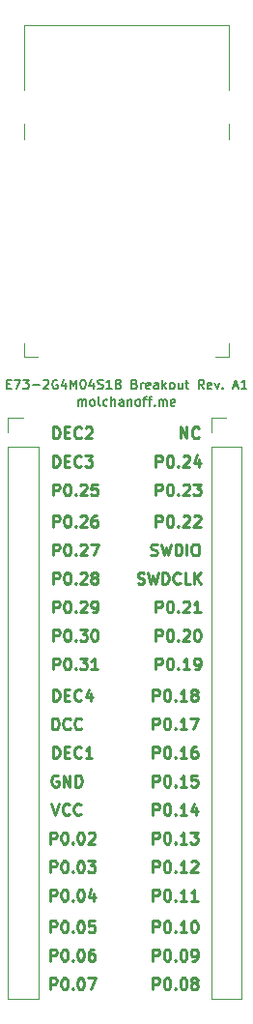
<source format=gbr>
G04 #@! TF.GenerationSoftware,KiCad,Pcbnew,(5.1.5-0-10_14)*
G04 #@! TF.CreationDate,2020-04-30T13:13:03+04:00*
G04 #@! TF.ProjectId,E73-2G4M04S1B-Breakout,4537332d-3247-4344-9d30-345331422d42,A1*
G04 #@! TF.SameCoordinates,Original*
G04 #@! TF.FileFunction,Legend,Top*
G04 #@! TF.FilePolarity,Positive*
%FSLAX46Y46*%
G04 Gerber Fmt 4.6, Leading zero omitted, Abs format (unit mm)*
G04 Created by KiCad (PCBNEW (5.1.5-0-10_14)) date 2020-04-30 13:13:03*
%MOMM*%
%LPD*%
G04 APERTURE LIST*
%ADD10C,0.200000*%
%ADD11C,0.175000*%
%ADD12C,0.250000*%
%ADD13C,0.120000*%
G04 APERTURE END LIST*
D10*
X148521428Y-92361904D02*
X148521428Y-91828571D01*
X148521428Y-91904761D02*
X148559523Y-91866666D01*
X148635714Y-91828571D01*
X148750000Y-91828571D01*
X148826190Y-91866666D01*
X148864285Y-91942857D01*
X148864285Y-92361904D01*
X148864285Y-91942857D02*
X148902380Y-91866666D01*
X148978571Y-91828571D01*
X149092857Y-91828571D01*
X149169047Y-91866666D01*
X149207142Y-91942857D01*
X149207142Y-92361904D01*
X149702380Y-92361904D02*
X149626190Y-92323809D01*
X149588095Y-92285714D01*
X149550000Y-92209523D01*
X149550000Y-91980952D01*
X149588095Y-91904761D01*
X149626190Y-91866666D01*
X149702380Y-91828571D01*
X149816666Y-91828571D01*
X149892857Y-91866666D01*
X149930952Y-91904761D01*
X149969047Y-91980952D01*
X149969047Y-92209523D01*
X149930952Y-92285714D01*
X149892857Y-92323809D01*
X149816666Y-92361904D01*
X149702380Y-92361904D01*
X150426190Y-92361904D02*
X150350000Y-92323809D01*
X150311904Y-92247619D01*
X150311904Y-91561904D01*
X151073809Y-92323809D02*
X150997619Y-92361904D01*
X150845238Y-92361904D01*
X150769047Y-92323809D01*
X150730952Y-92285714D01*
X150692857Y-92209523D01*
X150692857Y-91980952D01*
X150730952Y-91904761D01*
X150769047Y-91866666D01*
X150845238Y-91828571D01*
X150997619Y-91828571D01*
X151073809Y-91866666D01*
X151416666Y-92361904D02*
X151416666Y-91561904D01*
X151759523Y-92361904D02*
X151759523Y-91942857D01*
X151721428Y-91866666D01*
X151645238Y-91828571D01*
X151530952Y-91828571D01*
X151454761Y-91866666D01*
X151416666Y-91904761D01*
X152483333Y-92361904D02*
X152483333Y-91942857D01*
X152445238Y-91866666D01*
X152369047Y-91828571D01*
X152216666Y-91828571D01*
X152140476Y-91866666D01*
X152483333Y-92323809D02*
X152407142Y-92361904D01*
X152216666Y-92361904D01*
X152140476Y-92323809D01*
X152102380Y-92247619D01*
X152102380Y-92171428D01*
X152140476Y-92095238D01*
X152216666Y-92057142D01*
X152407142Y-92057142D01*
X152483333Y-92019047D01*
X152864285Y-91828571D02*
X152864285Y-92361904D01*
X152864285Y-91904761D02*
X152902380Y-91866666D01*
X152978571Y-91828571D01*
X153092857Y-91828571D01*
X153169047Y-91866666D01*
X153207142Y-91942857D01*
X153207142Y-92361904D01*
X153702380Y-92361904D02*
X153626190Y-92323809D01*
X153588095Y-92285714D01*
X153550000Y-92209523D01*
X153550000Y-91980952D01*
X153588095Y-91904761D01*
X153626190Y-91866666D01*
X153702380Y-91828571D01*
X153816666Y-91828571D01*
X153892857Y-91866666D01*
X153930952Y-91904761D01*
X153969047Y-91980952D01*
X153969047Y-92209523D01*
X153930952Y-92285714D01*
X153892857Y-92323809D01*
X153816666Y-92361904D01*
X153702380Y-92361904D01*
X154197619Y-91828571D02*
X154502380Y-91828571D01*
X154311904Y-92361904D02*
X154311904Y-91676190D01*
X154350000Y-91600000D01*
X154426190Y-91561904D01*
X154502380Y-91561904D01*
X154654761Y-91828571D02*
X154959523Y-91828571D01*
X154769047Y-92361904D02*
X154769047Y-91676190D01*
X154807142Y-91600000D01*
X154883333Y-91561904D01*
X154959523Y-91561904D01*
X155226190Y-92285714D02*
X155264285Y-92323809D01*
X155226190Y-92361904D01*
X155188095Y-92323809D01*
X155226190Y-92285714D01*
X155226190Y-92361904D01*
X155607142Y-92361904D02*
X155607142Y-91828571D01*
X155607142Y-91904761D02*
X155645238Y-91866666D01*
X155721428Y-91828571D01*
X155835714Y-91828571D01*
X155911904Y-91866666D01*
X155950000Y-91942857D01*
X155950000Y-92361904D01*
X155950000Y-91942857D02*
X155988095Y-91866666D01*
X156064285Y-91828571D01*
X156178571Y-91828571D01*
X156254761Y-91866666D01*
X156292857Y-91942857D01*
X156292857Y-92361904D01*
X156978571Y-92323809D02*
X156902380Y-92361904D01*
X156750000Y-92361904D01*
X156673809Y-92323809D01*
X156635714Y-92247619D01*
X156635714Y-91942857D01*
X156673809Y-91866666D01*
X156750000Y-91828571D01*
X156902380Y-91828571D01*
X156978571Y-91866666D01*
X157016666Y-91942857D01*
X157016666Y-92019047D01*
X156635714Y-92095238D01*
D11*
X142273809Y-90442857D02*
X142540476Y-90442857D01*
X142654761Y-90861904D02*
X142273809Y-90861904D01*
X142273809Y-90061904D01*
X142654761Y-90061904D01*
X142921428Y-90061904D02*
X143454761Y-90061904D01*
X143111904Y-90861904D01*
X143683333Y-90061904D02*
X144178571Y-90061904D01*
X143911904Y-90366666D01*
X144026190Y-90366666D01*
X144102380Y-90404761D01*
X144140476Y-90442857D01*
X144178571Y-90519047D01*
X144178571Y-90709523D01*
X144140476Y-90785714D01*
X144102380Y-90823809D01*
X144026190Y-90861904D01*
X143797619Y-90861904D01*
X143721428Y-90823809D01*
X143683333Y-90785714D01*
X144521428Y-90557142D02*
X145130952Y-90557142D01*
X145473809Y-90138095D02*
X145511904Y-90100000D01*
X145588095Y-90061904D01*
X145778571Y-90061904D01*
X145854761Y-90100000D01*
X145892857Y-90138095D01*
X145930952Y-90214285D01*
X145930952Y-90290476D01*
X145892857Y-90404761D01*
X145435714Y-90861904D01*
X145930952Y-90861904D01*
X146692857Y-90100000D02*
X146616666Y-90061904D01*
X146502380Y-90061904D01*
X146388095Y-90100000D01*
X146311904Y-90176190D01*
X146273809Y-90252380D01*
X146235714Y-90404761D01*
X146235714Y-90519047D01*
X146273809Y-90671428D01*
X146311904Y-90747619D01*
X146388095Y-90823809D01*
X146502380Y-90861904D01*
X146578571Y-90861904D01*
X146692857Y-90823809D01*
X146730952Y-90785714D01*
X146730952Y-90519047D01*
X146578571Y-90519047D01*
X147416666Y-90328571D02*
X147416666Y-90861904D01*
X147226190Y-90023809D02*
X147035714Y-90595238D01*
X147530952Y-90595238D01*
X147835714Y-90861904D02*
X147835714Y-90061904D01*
X148102380Y-90633333D01*
X148369047Y-90061904D01*
X148369047Y-90861904D01*
X148902380Y-90061904D02*
X148978571Y-90061904D01*
X149054761Y-90100000D01*
X149092857Y-90138095D01*
X149130952Y-90214285D01*
X149169047Y-90366666D01*
X149169047Y-90557142D01*
X149130952Y-90709523D01*
X149092857Y-90785714D01*
X149054761Y-90823809D01*
X148978571Y-90861904D01*
X148902380Y-90861904D01*
X148826190Y-90823809D01*
X148788095Y-90785714D01*
X148750000Y-90709523D01*
X148711904Y-90557142D01*
X148711904Y-90366666D01*
X148750000Y-90214285D01*
X148788095Y-90138095D01*
X148826190Y-90100000D01*
X148902380Y-90061904D01*
X149854761Y-90328571D02*
X149854761Y-90861904D01*
X149664285Y-90023809D02*
X149473809Y-90595238D01*
X149969047Y-90595238D01*
X150235714Y-90823809D02*
X150350000Y-90861904D01*
X150540476Y-90861904D01*
X150616666Y-90823809D01*
X150654761Y-90785714D01*
X150692857Y-90709523D01*
X150692857Y-90633333D01*
X150654761Y-90557142D01*
X150616666Y-90519047D01*
X150540476Y-90480952D01*
X150388095Y-90442857D01*
X150311904Y-90404761D01*
X150273809Y-90366666D01*
X150235714Y-90290476D01*
X150235714Y-90214285D01*
X150273809Y-90138095D01*
X150311904Y-90100000D01*
X150388095Y-90061904D01*
X150578571Y-90061904D01*
X150692857Y-90100000D01*
X151454761Y-90861904D02*
X150997619Y-90861904D01*
X151226190Y-90861904D02*
X151226190Y-90061904D01*
X151150000Y-90176190D01*
X151073809Y-90252380D01*
X150997619Y-90290476D01*
X152064285Y-90442857D02*
X152178571Y-90480952D01*
X152216666Y-90519047D01*
X152254761Y-90595238D01*
X152254761Y-90709523D01*
X152216666Y-90785714D01*
X152178571Y-90823809D01*
X152102380Y-90861904D01*
X151797619Y-90861904D01*
X151797619Y-90061904D01*
X152064285Y-90061904D01*
X152140476Y-90100000D01*
X152178571Y-90138095D01*
X152216666Y-90214285D01*
X152216666Y-90290476D01*
X152178571Y-90366666D01*
X152140476Y-90404761D01*
X152064285Y-90442857D01*
X151797619Y-90442857D01*
X153473809Y-90442857D02*
X153588095Y-90480952D01*
X153626190Y-90519047D01*
X153664285Y-90595238D01*
X153664285Y-90709523D01*
X153626190Y-90785714D01*
X153588095Y-90823809D01*
X153511904Y-90861904D01*
X153207142Y-90861904D01*
X153207142Y-90061904D01*
X153473809Y-90061904D01*
X153550000Y-90100000D01*
X153588095Y-90138095D01*
X153626190Y-90214285D01*
X153626190Y-90290476D01*
X153588095Y-90366666D01*
X153550000Y-90404761D01*
X153473809Y-90442857D01*
X153207142Y-90442857D01*
X154007142Y-90861904D02*
X154007142Y-90328571D01*
X154007142Y-90480952D02*
X154045238Y-90404761D01*
X154083333Y-90366666D01*
X154159523Y-90328571D01*
X154235714Y-90328571D01*
X154807142Y-90823809D02*
X154730952Y-90861904D01*
X154578571Y-90861904D01*
X154502380Y-90823809D01*
X154464285Y-90747619D01*
X154464285Y-90442857D01*
X154502380Y-90366666D01*
X154578571Y-90328571D01*
X154730952Y-90328571D01*
X154807142Y-90366666D01*
X154845238Y-90442857D01*
X154845238Y-90519047D01*
X154464285Y-90595238D01*
X155530952Y-90861904D02*
X155530952Y-90442857D01*
X155492857Y-90366666D01*
X155416666Y-90328571D01*
X155264285Y-90328571D01*
X155188095Y-90366666D01*
X155530952Y-90823809D02*
X155454761Y-90861904D01*
X155264285Y-90861904D01*
X155188095Y-90823809D01*
X155150000Y-90747619D01*
X155150000Y-90671428D01*
X155188095Y-90595238D01*
X155264285Y-90557142D01*
X155454761Y-90557142D01*
X155530952Y-90519047D01*
X155911904Y-90861904D02*
X155911904Y-90061904D01*
X155988095Y-90557142D02*
X156216666Y-90861904D01*
X156216666Y-90328571D02*
X155911904Y-90633333D01*
X156673809Y-90861904D02*
X156597619Y-90823809D01*
X156559523Y-90785714D01*
X156521428Y-90709523D01*
X156521428Y-90480952D01*
X156559523Y-90404761D01*
X156597619Y-90366666D01*
X156673809Y-90328571D01*
X156788095Y-90328571D01*
X156864285Y-90366666D01*
X156902380Y-90404761D01*
X156940476Y-90480952D01*
X156940476Y-90709523D01*
X156902380Y-90785714D01*
X156864285Y-90823809D01*
X156788095Y-90861904D01*
X156673809Y-90861904D01*
X157626190Y-90328571D02*
X157626190Y-90861904D01*
X157283333Y-90328571D02*
X157283333Y-90747619D01*
X157321428Y-90823809D01*
X157397619Y-90861904D01*
X157511904Y-90861904D01*
X157588095Y-90823809D01*
X157626190Y-90785714D01*
X157892857Y-90328571D02*
X158197619Y-90328571D01*
X158007142Y-90061904D02*
X158007142Y-90747619D01*
X158045238Y-90823809D01*
X158121428Y-90861904D01*
X158197619Y-90861904D01*
X159530952Y-90861904D02*
X159264285Y-90480952D01*
X159073809Y-90861904D02*
X159073809Y-90061904D01*
X159378571Y-90061904D01*
X159454761Y-90100000D01*
X159492857Y-90138095D01*
X159530952Y-90214285D01*
X159530952Y-90328571D01*
X159492857Y-90404761D01*
X159454761Y-90442857D01*
X159378571Y-90480952D01*
X159073809Y-90480952D01*
X160178571Y-90823809D02*
X160102380Y-90861904D01*
X159950000Y-90861904D01*
X159873809Y-90823809D01*
X159835714Y-90747619D01*
X159835714Y-90442857D01*
X159873809Y-90366666D01*
X159950000Y-90328571D01*
X160102380Y-90328571D01*
X160178571Y-90366666D01*
X160216666Y-90442857D01*
X160216666Y-90519047D01*
X159835714Y-90595238D01*
X160483333Y-90328571D02*
X160673809Y-90861904D01*
X160864285Y-90328571D01*
X161169047Y-90785714D02*
X161207142Y-90823809D01*
X161169047Y-90861904D01*
X161130952Y-90823809D01*
X161169047Y-90785714D01*
X161169047Y-90861904D01*
X162121428Y-90633333D02*
X162502380Y-90633333D01*
X162045238Y-90861904D02*
X162311904Y-90061904D01*
X162578571Y-90861904D01*
X163264285Y-90861904D02*
X162807142Y-90861904D01*
X163035714Y-90861904D02*
X163035714Y-90061904D01*
X162959523Y-90176190D01*
X162883333Y-90252380D01*
X162807142Y-90290476D01*
D12*
X155321428Y-97702380D02*
X155321428Y-96702380D01*
X155702380Y-96702380D01*
X155797619Y-96750000D01*
X155845238Y-96797619D01*
X155892857Y-96892857D01*
X155892857Y-97035714D01*
X155845238Y-97130952D01*
X155797619Y-97178571D01*
X155702380Y-97226190D01*
X155321428Y-97226190D01*
X156511904Y-96702380D02*
X156607142Y-96702380D01*
X156702380Y-96750000D01*
X156750000Y-96797619D01*
X156797619Y-96892857D01*
X156845238Y-97083333D01*
X156845238Y-97321428D01*
X156797619Y-97511904D01*
X156750000Y-97607142D01*
X156702380Y-97654761D01*
X156607142Y-97702380D01*
X156511904Y-97702380D01*
X156416666Y-97654761D01*
X156369047Y-97607142D01*
X156321428Y-97511904D01*
X156273809Y-97321428D01*
X156273809Y-97083333D01*
X156321428Y-96892857D01*
X156369047Y-96797619D01*
X156416666Y-96750000D01*
X156511904Y-96702380D01*
X157273809Y-97607142D02*
X157321428Y-97654761D01*
X157273809Y-97702380D01*
X157226190Y-97654761D01*
X157273809Y-97607142D01*
X157273809Y-97702380D01*
X157702380Y-96797619D02*
X157750000Y-96750000D01*
X157845238Y-96702380D01*
X158083333Y-96702380D01*
X158178571Y-96750000D01*
X158226190Y-96797619D01*
X158273809Y-96892857D01*
X158273809Y-96988095D01*
X158226190Y-97130952D01*
X157654761Y-97702380D01*
X158273809Y-97702380D01*
X159130952Y-97035714D02*
X159130952Y-97702380D01*
X158892857Y-96654761D02*
X158654761Y-97369047D01*
X159273809Y-97369047D01*
X155071428Y-120702380D02*
X155071428Y-119702380D01*
X155452380Y-119702380D01*
X155547619Y-119750000D01*
X155595238Y-119797619D01*
X155642857Y-119892857D01*
X155642857Y-120035714D01*
X155595238Y-120130952D01*
X155547619Y-120178571D01*
X155452380Y-120226190D01*
X155071428Y-120226190D01*
X156261904Y-119702380D02*
X156357142Y-119702380D01*
X156452380Y-119750000D01*
X156500000Y-119797619D01*
X156547619Y-119892857D01*
X156595238Y-120083333D01*
X156595238Y-120321428D01*
X156547619Y-120511904D01*
X156500000Y-120607142D01*
X156452380Y-120654761D01*
X156357142Y-120702380D01*
X156261904Y-120702380D01*
X156166666Y-120654761D01*
X156119047Y-120607142D01*
X156071428Y-120511904D01*
X156023809Y-120321428D01*
X156023809Y-120083333D01*
X156071428Y-119892857D01*
X156119047Y-119797619D01*
X156166666Y-119750000D01*
X156261904Y-119702380D01*
X157023809Y-120607142D02*
X157071428Y-120654761D01*
X157023809Y-120702380D01*
X156976190Y-120654761D01*
X157023809Y-120607142D01*
X157023809Y-120702380D01*
X158023809Y-120702380D02*
X157452380Y-120702380D01*
X157738095Y-120702380D02*
X157738095Y-119702380D01*
X157642857Y-119845238D01*
X157547619Y-119940476D01*
X157452380Y-119988095D01*
X158357142Y-119702380D02*
X159023809Y-119702380D01*
X158595238Y-120702380D01*
X155071428Y-138452380D02*
X155071428Y-137452380D01*
X155452380Y-137452380D01*
X155547619Y-137500000D01*
X155595238Y-137547619D01*
X155642857Y-137642857D01*
X155642857Y-137785714D01*
X155595238Y-137880952D01*
X155547619Y-137928571D01*
X155452380Y-137976190D01*
X155071428Y-137976190D01*
X156261904Y-137452380D02*
X156357142Y-137452380D01*
X156452380Y-137500000D01*
X156500000Y-137547619D01*
X156547619Y-137642857D01*
X156595238Y-137833333D01*
X156595238Y-138071428D01*
X156547619Y-138261904D01*
X156500000Y-138357142D01*
X156452380Y-138404761D01*
X156357142Y-138452380D01*
X156261904Y-138452380D01*
X156166666Y-138404761D01*
X156119047Y-138357142D01*
X156071428Y-138261904D01*
X156023809Y-138071428D01*
X156023809Y-137833333D01*
X156071428Y-137642857D01*
X156119047Y-137547619D01*
X156166666Y-137500000D01*
X156261904Y-137452380D01*
X157023809Y-138357142D02*
X157071428Y-138404761D01*
X157023809Y-138452380D01*
X156976190Y-138404761D01*
X157023809Y-138357142D01*
X157023809Y-138452380D01*
X158023809Y-138452380D02*
X157452380Y-138452380D01*
X157738095Y-138452380D02*
X157738095Y-137452380D01*
X157642857Y-137595238D01*
X157547619Y-137690476D01*
X157452380Y-137738095D01*
X158642857Y-137452380D02*
X158738095Y-137452380D01*
X158833333Y-137500000D01*
X158880952Y-137547619D01*
X158928571Y-137642857D01*
X158976190Y-137833333D01*
X158976190Y-138071428D01*
X158928571Y-138261904D01*
X158880952Y-138357142D01*
X158833333Y-138404761D01*
X158738095Y-138452380D01*
X158642857Y-138452380D01*
X158547619Y-138404761D01*
X158500000Y-138357142D01*
X158452380Y-138261904D01*
X158404761Y-138071428D01*
X158404761Y-137833333D01*
X158452380Y-137642857D01*
X158500000Y-137547619D01*
X158547619Y-137500000D01*
X158642857Y-137452380D01*
X155071428Y-133202380D02*
X155071428Y-132202380D01*
X155452380Y-132202380D01*
X155547619Y-132250000D01*
X155595238Y-132297619D01*
X155642857Y-132392857D01*
X155642857Y-132535714D01*
X155595238Y-132630952D01*
X155547619Y-132678571D01*
X155452380Y-132726190D01*
X155071428Y-132726190D01*
X156261904Y-132202380D02*
X156357142Y-132202380D01*
X156452380Y-132250000D01*
X156500000Y-132297619D01*
X156547619Y-132392857D01*
X156595238Y-132583333D01*
X156595238Y-132821428D01*
X156547619Y-133011904D01*
X156500000Y-133107142D01*
X156452380Y-133154761D01*
X156357142Y-133202380D01*
X156261904Y-133202380D01*
X156166666Y-133154761D01*
X156119047Y-133107142D01*
X156071428Y-133011904D01*
X156023809Y-132821428D01*
X156023809Y-132583333D01*
X156071428Y-132392857D01*
X156119047Y-132297619D01*
X156166666Y-132250000D01*
X156261904Y-132202380D01*
X157023809Y-133107142D02*
X157071428Y-133154761D01*
X157023809Y-133202380D01*
X156976190Y-133154761D01*
X157023809Y-133107142D01*
X157023809Y-133202380D01*
X158023809Y-133202380D02*
X157452380Y-133202380D01*
X157738095Y-133202380D02*
X157738095Y-132202380D01*
X157642857Y-132345238D01*
X157547619Y-132440476D01*
X157452380Y-132488095D01*
X158404761Y-132297619D02*
X158452380Y-132250000D01*
X158547619Y-132202380D01*
X158785714Y-132202380D01*
X158880952Y-132250000D01*
X158928571Y-132297619D01*
X158976190Y-132392857D01*
X158976190Y-132488095D01*
X158928571Y-132630952D01*
X158357142Y-133202380D01*
X158976190Y-133202380D01*
X155321428Y-100202380D02*
X155321428Y-99202380D01*
X155702380Y-99202380D01*
X155797619Y-99250000D01*
X155845238Y-99297619D01*
X155892857Y-99392857D01*
X155892857Y-99535714D01*
X155845238Y-99630952D01*
X155797619Y-99678571D01*
X155702380Y-99726190D01*
X155321428Y-99726190D01*
X156511904Y-99202380D02*
X156607142Y-99202380D01*
X156702380Y-99250000D01*
X156750000Y-99297619D01*
X156797619Y-99392857D01*
X156845238Y-99583333D01*
X156845238Y-99821428D01*
X156797619Y-100011904D01*
X156750000Y-100107142D01*
X156702380Y-100154761D01*
X156607142Y-100202380D01*
X156511904Y-100202380D01*
X156416666Y-100154761D01*
X156369047Y-100107142D01*
X156321428Y-100011904D01*
X156273809Y-99821428D01*
X156273809Y-99583333D01*
X156321428Y-99392857D01*
X156369047Y-99297619D01*
X156416666Y-99250000D01*
X156511904Y-99202380D01*
X157273809Y-100107142D02*
X157321428Y-100154761D01*
X157273809Y-100202380D01*
X157226190Y-100154761D01*
X157273809Y-100107142D01*
X157273809Y-100202380D01*
X157702380Y-99297619D02*
X157750000Y-99250000D01*
X157845238Y-99202380D01*
X158083333Y-99202380D01*
X158178571Y-99250000D01*
X158226190Y-99297619D01*
X158273809Y-99392857D01*
X158273809Y-99488095D01*
X158226190Y-99630952D01*
X157654761Y-100202380D01*
X158273809Y-100202380D01*
X158607142Y-99202380D02*
X159226190Y-99202380D01*
X158892857Y-99583333D01*
X159035714Y-99583333D01*
X159130952Y-99630952D01*
X159178571Y-99678571D01*
X159226190Y-99773809D01*
X159226190Y-100011904D01*
X159178571Y-100107142D01*
X159130952Y-100154761D01*
X159035714Y-100202380D01*
X158750000Y-100202380D01*
X158654761Y-100154761D01*
X158607142Y-100107142D01*
X155071428Y-143452380D02*
X155071428Y-142452380D01*
X155452380Y-142452380D01*
X155547619Y-142500000D01*
X155595238Y-142547619D01*
X155642857Y-142642857D01*
X155642857Y-142785714D01*
X155595238Y-142880952D01*
X155547619Y-142928571D01*
X155452380Y-142976190D01*
X155071428Y-142976190D01*
X156261904Y-142452380D02*
X156357142Y-142452380D01*
X156452380Y-142500000D01*
X156500000Y-142547619D01*
X156547619Y-142642857D01*
X156595238Y-142833333D01*
X156595238Y-143071428D01*
X156547619Y-143261904D01*
X156500000Y-143357142D01*
X156452380Y-143404761D01*
X156357142Y-143452380D01*
X156261904Y-143452380D01*
X156166666Y-143404761D01*
X156119047Y-143357142D01*
X156071428Y-143261904D01*
X156023809Y-143071428D01*
X156023809Y-142833333D01*
X156071428Y-142642857D01*
X156119047Y-142547619D01*
X156166666Y-142500000D01*
X156261904Y-142452380D01*
X157023809Y-143357142D02*
X157071428Y-143404761D01*
X157023809Y-143452380D01*
X156976190Y-143404761D01*
X157023809Y-143357142D01*
X157023809Y-143452380D01*
X157690476Y-142452380D02*
X157785714Y-142452380D01*
X157880952Y-142500000D01*
X157928571Y-142547619D01*
X157976190Y-142642857D01*
X158023809Y-142833333D01*
X158023809Y-143071428D01*
X157976190Y-143261904D01*
X157928571Y-143357142D01*
X157880952Y-143404761D01*
X157785714Y-143452380D01*
X157690476Y-143452380D01*
X157595238Y-143404761D01*
X157547619Y-143357142D01*
X157500000Y-143261904D01*
X157452380Y-143071428D01*
X157452380Y-142833333D01*
X157500000Y-142642857D01*
X157547619Y-142547619D01*
X157595238Y-142500000D01*
X157690476Y-142452380D01*
X158595238Y-142880952D02*
X158500000Y-142833333D01*
X158452380Y-142785714D01*
X158404761Y-142690476D01*
X158404761Y-142642857D01*
X158452380Y-142547619D01*
X158500000Y-142500000D01*
X158595238Y-142452380D01*
X158785714Y-142452380D01*
X158880952Y-142500000D01*
X158928571Y-142547619D01*
X158976190Y-142642857D01*
X158976190Y-142690476D01*
X158928571Y-142785714D01*
X158880952Y-142833333D01*
X158785714Y-142880952D01*
X158595238Y-142880952D01*
X158500000Y-142928571D01*
X158452380Y-142976190D01*
X158404761Y-143071428D01*
X158404761Y-143261904D01*
X158452380Y-143357142D01*
X158500000Y-143404761D01*
X158595238Y-143452380D01*
X158785714Y-143452380D01*
X158880952Y-143404761D01*
X158928571Y-143357142D01*
X158976190Y-143261904D01*
X158976190Y-143071428D01*
X158928571Y-142976190D01*
X158880952Y-142928571D01*
X158785714Y-142880952D01*
X155071428Y-135702380D02*
X155071428Y-134702380D01*
X155452380Y-134702380D01*
X155547619Y-134750000D01*
X155595238Y-134797619D01*
X155642857Y-134892857D01*
X155642857Y-135035714D01*
X155595238Y-135130952D01*
X155547619Y-135178571D01*
X155452380Y-135226190D01*
X155071428Y-135226190D01*
X156261904Y-134702380D02*
X156357142Y-134702380D01*
X156452380Y-134750000D01*
X156500000Y-134797619D01*
X156547619Y-134892857D01*
X156595238Y-135083333D01*
X156595238Y-135321428D01*
X156547619Y-135511904D01*
X156500000Y-135607142D01*
X156452380Y-135654761D01*
X156357142Y-135702380D01*
X156261904Y-135702380D01*
X156166666Y-135654761D01*
X156119047Y-135607142D01*
X156071428Y-135511904D01*
X156023809Y-135321428D01*
X156023809Y-135083333D01*
X156071428Y-134892857D01*
X156119047Y-134797619D01*
X156166666Y-134750000D01*
X156261904Y-134702380D01*
X157023809Y-135607142D02*
X157071428Y-135654761D01*
X157023809Y-135702380D01*
X156976190Y-135654761D01*
X157023809Y-135607142D01*
X157023809Y-135702380D01*
X158023809Y-135702380D02*
X157452380Y-135702380D01*
X157738095Y-135702380D02*
X157738095Y-134702380D01*
X157642857Y-134845238D01*
X157547619Y-134940476D01*
X157452380Y-134988095D01*
X158976190Y-135702380D02*
X158404761Y-135702380D01*
X158690476Y-135702380D02*
X158690476Y-134702380D01*
X158595238Y-134845238D01*
X158500000Y-134940476D01*
X158404761Y-134988095D01*
X157464285Y-95202380D02*
X157464285Y-94202380D01*
X158035714Y-95202380D01*
X158035714Y-94202380D01*
X159083333Y-95107142D02*
X159035714Y-95154761D01*
X158892857Y-95202380D01*
X158797619Y-95202380D01*
X158654761Y-95154761D01*
X158559523Y-95059523D01*
X158511904Y-94964285D01*
X158464285Y-94773809D01*
X158464285Y-94630952D01*
X158511904Y-94440476D01*
X158559523Y-94345238D01*
X158654761Y-94250000D01*
X158797619Y-94202380D01*
X158892857Y-94202380D01*
X159035714Y-94250000D01*
X159083333Y-94297619D01*
X155071428Y-140952380D02*
X155071428Y-139952380D01*
X155452380Y-139952380D01*
X155547619Y-140000000D01*
X155595238Y-140047619D01*
X155642857Y-140142857D01*
X155642857Y-140285714D01*
X155595238Y-140380952D01*
X155547619Y-140428571D01*
X155452380Y-140476190D01*
X155071428Y-140476190D01*
X156261904Y-139952380D02*
X156357142Y-139952380D01*
X156452380Y-140000000D01*
X156500000Y-140047619D01*
X156547619Y-140142857D01*
X156595238Y-140333333D01*
X156595238Y-140571428D01*
X156547619Y-140761904D01*
X156500000Y-140857142D01*
X156452380Y-140904761D01*
X156357142Y-140952380D01*
X156261904Y-140952380D01*
X156166666Y-140904761D01*
X156119047Y-140857142D01*
X156071428Y-140761904D01*
X156023809Y-140571428D01*
X156023809Y-140333333D01*
X156071428Y-140142857D01*
X156119047Y-140047619D01*
X156166666Y-140000000D01*
X156261904Y-139952380D01*
X157023809Y-140857142D02*
X157071428Y-140904761D01*
X157023809Y-140952380D01*
X156976190Y-140904761D01*
X157023809Y-140857142D01*
X157023809Y-140952380D01*
X157690476Y-139952380D02*
X157785714Y-139952380D01*
X157880952Y-140000000D01*
X157928571Y-140047619D01*
X157976190Y-140142857D01*
X158023809Y-140333333D01*
X158023809Y-140571428D01*
X157976190Y-140761904D01*
X157928571Y-140857142D01*
X157880952Y-140904761D01*
X157785714Y-140952380D01*
X157690476Y-140952380D01*
X157595238Y-140904761D01*
X157547619Y-140857142D01*
X157500000Y-140761904D01*
X157452380Y-140571428D01*
X157452380Y-140333333D01*
X157500000Y-140142857D01*
X157547619Y-140047619D01*
X157595238Y-140000000D01*
X157690476Y-139952380D01*
X158500000Y-140952380D02*
X158690476Y-140952380D01*
X158785714Y-140904761D01*
X158833333Y-140857142D01*
X158928571Y-140714285D01*
X158976190Y-140523809D01*
X158976190Y-140142857D01*
X158928571Y-140047619D01*
X158880952Y-140000000D01*
X158785714Y-139952380D01*
X158595238Y-139952380D01*
X158500000Y-140000000D01*
X158452380Y-140047619D01*
X158404761Y-140142857D01*
X158404761Y-140380952D01*
X158452380Y-140476190D01*
X158500000Y-140523809D01*
X158595238Y-140571428D01*
X158785714Y-140571428D01*
X158880952Y-140523809D01*
X158928571Y-140476190D01*
X158976190Y-140380952D01*
X155071428Y-125702380D02*
X155071428Y-124702380D01*
X155452380Y-124702380D01*
X155547619Y-124750000D01*
X155595238Y-124797619D01*
X155642857Y-124892857D01*
X155642857Y-125035714D01*
X155595238Y-125130952D01*
X155547619Y-125178571D01*
X155452380Y-125226190D01*
X155071428Y-125226190D01*
X156261904Y-124702380D02*
X156357142Y-124702380D01*
X156452380Y-124750000D01*
X156500000Y-124797619D01*
X156547619Y-124892857D01*
X156595238Y-125083333D01*
X156595238Y-125321428D01*
X156547619Y-125511904D01*
X156500000Y-125607142D01*
X156452380Y-125654761D01*
X156357142Y-125702380D01*
X156261904Y-125702380D01*
X156166666Y-125654761D01*
X156119047Y-125607142D01*
X156071428Y-125511904D01*
X156023809Y-125321428D01*
X156023809Y-125083333D01*
X156071428Y-124892857D01*
X156119047Y-124797619D01*
X156166666Y-124750000D01*
X156261904Y-124702380D01*
X157023809Y-125607142D02*
X157071428Y-125654761D01*
X157023809Y-125702380D01*
X156976190Y-125654761D01*
X157023809Y-125607142D01*
X157023809Y-125702380D01*
X158023809Y-125702380D02*
X157452380Y-125702380D01*
X157738095Y-125702380D02*
X157738095Y-124702380D01*
X157642857Y-124845238D01*
X157547619Y-124940476D01*
X157452380Y-124988095D01*
X158928571Y-124702380D02*
X158452380Y-124702380D01*
X158404761Y-125178571D01*
X158452380Y-125130952D01*
X158547619Y-125083333D01*
X158785714Y-125083333D01*
X158880952Y-125130952D01*
X158928571Y-125178571D01*
X158976190Y-125273809D01*
X158976190Y-125511904D01*
X158928571Y-125607142D01*
X158880952Y-125654761D01*
X158785714Y-125702380D01*
X158547619Y-125702380D01*
X158452380Y-125654761D01*
X158404761Y-125607142D01*
X153738095Y-107904761D02*
X153880952Y-107952380D01*
X154119047Y-107952380D01*
X154214285Y-107904761D01*
X154261904Y-107857142D01*
X154309523Y-107761904D01*
X154309523Y-107666666D01*
X154261904Y-107571428D01*
X154214285Y-107523809D01*
X154119047Y-107476190D01*
X153928571Y-107428571D01*
X153833333Y-107380952D01*
X153785714Y-107333333D01*
X153738095Y-107238095D01*
X153738095Y-107142857D01*
X153785714Y-107047619D01*
X153833333Y-107000000D01*
X153928571Y-106952380D01*
X154166666Y-106952380D01*
X154309523Y-107000000D01*
X154642857Y-106952380D02*
X154880952Y-107952380D01*
X155071428Y-107238095D01*
X155261904Y-107952380D01*
X155500000Y-106952380D01*
X155880952Y-107952380D02*
X155880952Y-106952380D01*
X156119047Y-106952380D01*
X156261904Y-107000000D01*
X156357142Y-107095238D01*
X156404761Y-107190476D01*
X156452380Y-107380952D01*
X156452380Y-107523809D01*
X156404761Y-107714285D01*
X156357142Y-107809523D01*
X156261904Y-107904761D01*
X156119047Y-107952380D01*
X155880952Y-107952380D01*
X157452380Y-107857142D02*
X157404761Y-107904761D01*
X157261904Y-107952380D01*
X157166666Y-107952380D01*
X157023809Y-107904761D01*
X156928571Y-107809523D01*
X156880952Y-107714285D01*
X156833333Y-107523809D01*
X156833333Y-107380952D01*
X156880952Y-107190476D01*
X156928571Y-107095238D01*
X157023809Y-107000000D01*
X157166666Y-106952380D01*
X157261904Y-106952380D01*
X157404761Y-107000000D01*
X157452380Y-107047619D01*
X158357142Y-107952380D02*
X157880952Y-107952380D01*
X157880952Y-106952380D01*
X158690476Y-107952380D02*
X158690476Y-106952380D01*
X159261904Y-107952380D02*
X158833333Y-107380952D01*
X159261904Y-106952380D02*
X158690476Y-107523809D01*
X155071428Y-123202380D02*
X155071428Y-122202380D01*
X155452380Y-122202380D01*
X155547619Y-122250000D01*
X155595238Y-122297619D01*
X155642857Y-122392857D01*
X155642857Y-122535714D01*
X155595238Y-122630952D01*
X155547619Y-122678571D01*
X155452380Y-122726190D01*
X155071428Y-122726190D01*
X156261904Y-122202380D02*
X156357142Y-122202380D01*
X156452380Y-122250000D01*
X156500000Y-122297619D01*
X156547619Y-122392857D01*
X156595238Y-122583333D01*
X156595238Y-122821428D01*
X156547619Y-123011904D01*
X156500000Y-123107142D01*
X156452380Y-123154761D01*
X156357142Y-123202380D01*
X156261904Y-123202380D01*
X156166666Y-123154761D01*
X156119047Y-123107142D01*
X156071428Y-123011904D01*
X156023809Y-122821428D01*
X156023809Y-122583333D01*
X156071428Y-122392857D01*
X156119047Y-122297619D01*
X156166666Y-122250000D01*
X156261904Y-122202380D01*
X157023809Y-123107142D02*
X157071428Y-123154761D01*
X157023809Y-123202380D01*
X156976190Y-123154761D01*
X157023809Y-123107142D01*
X157023809Y-123202380D01*
X158023809Y-123202380D02*
X157452380Y-123202380D01*
X157738095Y-123202380D02*
X157738095Y-122202380D01*
X157642857Y-122345238D01*
X157547619Y-122440476D01*
X157452380Y-122488095D01*
X158880952Y-122202380D02*
X158690476Y-122202380D01*
X158595238Y-122250000D01*
X158547619Y-122297619D01*
X158452380Y-122440476D01*
X158404761Y-122630952D01*
X158404761Y-123011904D01*
X158452380Y-123107142D01*
X158500000Y-123154761D01*
X158595238Y-123202380D01*
X158785714Y-123202380D01*
X158880952Y-123154761D01*
X158928571Y-123107142D01*
X158976190Y-123011904D01*
X158976190Y-122773809D01*
X158928571Y-122678571D01*
X158880952Y-122630952D01*
X158785714Y-122583333D01*
X158595238Y-122583333D01*
X158500000Y-122630952D01*
X158452380Y-122678571D01*
X158404761Y-122773809D01*
X155071428Y-118202380D02*
X155071428Y-117202380D01*
X155452380Y-117202380D01*
X155547619Y-117250000D01*
X155595238Y-117297619D01*
X155642857Y-117392857D01*
X155642857Y-117535714D01*
X155595238Y-117630952D01*
X155547619Y-117678571D01*
X155452380Y-117726190D01*
X155071428Y-117726190D01*
X156261904Y-117202380D02*
X156357142Y-117202380D01*
X156452380Y-117250000D01*
X156500000Y-117297619D01*
X156547619Y-117392857D01*
X156595238Y-117583333D01*
X156595238Y-117821428D01*
X156547619Y-118011904D01*
X156500000Y-118107142D01*
X156452380Y-118154761D01*
X156357142Y-118202380D01*
X156261904Y-118202380D01*
X156166666Y-118154761D01*
X156119047Y-118107142D01*
X156071428Y-118011904D01*
X156023809Y-117821428D01*
X156023809Y-117583333D01*
X156071428Y-117392857D01*
X156119047Y-117297619D01*
X156166666Y-117250000D01*
X156261904Y-117202380D01*
X157023809Y-118107142D02*
X157071428Y-118154761D01*
X157023809Y-118202380D01*
X156976190Y-118154761D01*
X157023809Y-118107142D01*
X157023809Y-118202380D01*
X158023809Y-118202380D02*
X157452380Y-118202380D01*
X157738095Y-118202380D02*
X157738095Y-117202380D01*
X157642857Y-117345238D01*
X157547619Y-117440476D01*
X157452380Y-117488095D01*
X158595238Y-117630952D02*
X158500000Y-117583333D01*
X158452380Y-117535714D01*
X158404761Y-117440476D01*
X158404761Y-117392857D01*
X158452380Y-117297619D01*
X158500000Y-117250000D01*
X158595238Y-117202380D01*
X158785714Y-117202380D01*
X158880952Y-117250000D01*
X158928571Y-117297619D01*
X158976190Y-117392857D01*
X158976190Y-117440476D01*
X158928571Y-117535714D01*
X158880952Y-117583333D01*
X158785714Y-117630952D01*
X158595238Y-117630952D01*
X158500000Y-117678571D01*
X158452380Y-117726190D01*
X158404761Y-117821428D01*
X158404761Y-118011904D01*
X158452380Y-118107142D01*
X158500000Y-118154761D01*
X158595238Y-118202380D01*
X158785714Y-118202380D01*
X158880952Y-118154761D01*
X158928571Y-118107142D01*
X158976190Y-118011904D01*
X158976190Y-117821428D01*
X158928571Y-117726190D01*
X158880952Y-117678571D01*
X158785714Y-117630952D01*
X155321428Y-102952380D02*
X155321428Y-101952380D01*
X155702380Y-101952380D01*
X155797619Y-102000000D01*
X155845238Y-102047619D01*
X155892857Y-102142857D01*
X155892857Y-102285714D01*
X155845238Y-102380952D01*
X155797619Y-102428571D01*
X155702380Y-102476190D01*
X155321428Y-102476190D01*
X156511904Y-101952380D02*
X156607142Y-101952380D01*
X156702380Y-102000000D01*
X156750000Y-102047619D01*
X156797619Y-102142857D01*
X156845238Y-102333333D01*
X156845238Y-102571428D01*
X156797619Y-102761904D01*
X156750000Y-102857142D01*
X156702380Y-102904761D01*
X156607142Y-102952380D01*
X156511904Y-102952380D01*
X156416666Y-102904761D01*
X156369047Y-102857142D01*
X156321428Y-102761904D01*
X156273809Y-102571428D01*
X156273809Y-102333333D01*
X156321428Y-102142857D01*
X156369047Y-102047619D01*
X156416666Y-102000000D01*
X156511904Y-101952380D01*
X157273809Y-102857142D02*
X157321428Y-102904761D01*
X157273809Y-102952380D01*
X157226190Y-102904761D01*
X157273809Y-102857142D01*
X157273809Y-102952380D01*
X157702380Y-102047619D02*
X157750000Y-102000000D01*
X157845238Y-101952380D01*
X158083333Y-101952380D01*
X158178571Y-102000000D01*
X158226190Y-102047619D01*
X158273809Y-102142857D01*
X158273809Y-102238095D01*
X158226190Y-102380952D01*
X157654761Y-102952380D01*
X158273809Y-102952380D01*
X158654761Y-102047619D02*
X158702380Y-102000000D01*
X158797619Y-101952380D01*
X159035714Y-101952380D01*
X159130952Y-102000000D01*
X159178571Y-102047619D01*
X159226190Y-102142857D01*
X159226190Y-102238095D01*
X159178571Y-102380952D01*
X158607142Y-102952380D01*
X159226190Y-102952380D01*
X154880952Y-105404761D02*
X155023809Y-105452380D01*
X155261904Y-105452380D01*
X155357142Y-105404761D01*
X155404761Y-105357142D01*
X155452380Y-105261904D01*
X155452380Y-105166666D01*
X155404761Y-105071428D01*
X155357142Y-105023809D01*
X155261904Y-104976190D01*
X155071428Y-104928571D01*
X154976190Y-104880952D01*
X154928571Y-104833333D01*
X154880952Y-104738095D01*
X154880952Y-104642857D01*
X154928571Y-104547619D01*
X154976190Y-104500000D01*
X155071428Y-104452380D01*
X155309523Y-104452380D01*
X155452380Y-104500000D01*
X155785714Y-104452380D02*
X156023809Y-105452380D01*
X156214285Y-104738095D01*
X156404761Y-105452380D01*
X156642857Y-104452380D01*
X157023809Y-105452380D02*
X157023809Y-104452380D01*
X157261904Y-104452380D01*
X157404761Y-104500000D01*
X157500000Y-104595238D01*
X157547619Y-104690476D01*
X157595238Y-104880952D01*
X157595238Y-105023809D01*
X157547619Y-105214285D01*
X157500000Y-105309523D01*
X157404761Y-105404761D01*
X157261904Y-105452380D01*
X157023809Y-105452380D01*
X158023809Y-105452380D02*
X158023809Y-104452380D01*
X158690476Y-104452380D02*
X158880952Y-104452380D01*
X158976190Y-104500000D01*
X159071428Y-104595238D01*
X159119047Y-104785714D01*
X159119047Y-105119047D01*
X159071428Y-105309523D01*
X158976190Y-105404761D01*
X158880952Y-105452380D01*
X158690476Y-105452380D01*
X158595238Y-105404761D01*
X158500000Y-105309523D01*
X158452380Y-105119047D01*
X158452380Y-104785714D01*
X158500000Y-104595238D01*
X158595238Y-104500000D01*
X158690476Y-104452380D01*
X155071428Y-128202380D02*
X155071428Y-127202380D01*
X155452380Y-127202380D01*
X155547619Y-127250000D01*
X155595238Y-127297619D01*
X155642857Y-127392857D01*
X155642857Y-127535714D01*
X155595238Y-127630952D01*
X155547619Y-127678571D01*
X155452380Y-127726190D01*
X155071428Y-127726190D01*
X156261904Y-127202380D02*
X156357142Y-127202380D01*
X156452380Y-127250000D01*
X156500000Y-127297619D01*
X156547619Y-127392857D01*
X156595238Y-127583333D01*
X156595238Y-127821428D01*
X156547619Y-128011904D01*
X156500000Y-128107142D01*
X156452380Y-128154761D01*
X156357142Y-128202380D01*
X156261904Y-128202380D01*
X156166666Y-128154761D01*
X156119047Y-128107142D01*
X156071428Y-128011904D01*
X156023809Y-127821428D01*
X156023809Y-127583333D01*
X156071428Y-127392857D01*
X156119047Y-127297619D01*
X156166666Y-127250000D01*
X156261904Y-127202380D01*
X157023809Y-128107142D02*
X157071428Y-128154761D01*
X157023809Y-128202380D01*
X156976190Y-128154761D01*
X157023809Y-128107142D01*
X157023809Y-128202380D01*
X158023809Y-128202380D02*
X157452380Y-128202380D01*
X157738095Y-128202380D02*
X157738095Y-127202380D01*
X157642857Y-127345238D01*
X157547619Y-127440476D01*
X157452380Y-127488095D01*
X158880952Y-127535714D02*
X158880952Y-128202380D01*
X158642857Y-127154761D02*
X158404761Y-127869047D01*
X159023809Y-127869047D01*
X155071428Y-130702380D02*
X155071428Y-129702380D01*
X155452380Y-129702380D01*
X155547619Y-129750000D01*
X155595238Y-129797619D01*
X155642857Y-129892857D01*
X155642857Y-130035714D01*
X155595238Y-130130952D01*
X155547619Y-130178571D01*
X155452380Y-130226190D01*
X155071428Y-130226190D01*
X156261904Y-129702380D02*
X156357142Y-129702380D01*
X156452380Y-129750000D01*
X156500000Y-129797619D01*
X156547619Y-129892857D01*
X156595238Y-130083333D01*
X156595238Y-130321428D01*
X156547619Y-130511904D01*
X156500000Y-130607142D01*
X156452380Y-130654761D01*
X156357142Y-130702380D01*
X156261904Y-130702380D01*
X156166666Y-130654761D01*
X156119047Y-130607142D01*
X156071428Y-130511904D01*
X156023809Y-130321428D01*
X156023809Y-130083333D01*
X156071428Y-129892857D01*
X156119047Y-129797619D01*
X156166666Y-129750000D01*
X156261904Y-129702380D01*
X157023809Y-130607142D02*
X157071428Y-130654761D01*
X157023809Y-130702380D01*
X156976190Y-130654761D01*
X157023809Y-130607142D01*
X157023809Y-130702380D01*
X158023809Y-130702380D02*
X157452380Y-130702380D01*
X157738095Y-130702380D02*
X157738095Y-129702380D01*
X157642857Y-129845238D01*
X157547619Y-129940476D01*
X157452380Y-129988095D01*
X158357142Y-129702380D02*
X158976190Y-129702380D01*
X158642857Y-130083333D01*
X158785714Y-130083333D01*
X158880952Y-130130952D01*
X158928571Y-130178571D01*
X158976190Y-130273809D01*
X158976190Y-130511904D01*
X158928571Y-130607142D01*
X158880952Y-130654761D01*
X158785714Y-130702380D01*
X158500000Y-130702380D01*
X158404761Y-130654761D01*
X158357142Y-130607142D01*
X155321428Y-115452380D02*
X155321428Y-114452380D01*
X155702380Y-114452380D01*
X155797619Y-114500000D01*
X155845238Y-114547619D01*
X155892857Y-114642857D01*
X155892857Y-114785714D01*
X155845238Y-114880952D01*
X155797619Y-114928571D01*
X155702380Y-114976190D01*
X155321428Y-114976190D01*
X156511904Y-114452380D02*
X156607142Y-114452380D01*
X156702380Y-114500000D01*
X156750000Y-114547619D01*
X156797619Y-114642857D01*
X156845238Y-114833333D01*
X156845238Y-115071428D01*
X156797619Y-115261904D01*
X156750000Y-115357142D01*
X156702380Y-115404761D01*
X156607142Y-115452380D01*
X156511904Y-115452380D01*
X156416666Y-115404761D01*
X156369047Y-115357142D01*
X156321428Y-115261904D01*
X156273809Y-115071428D01*
X156273809Y-114833333D01*
X156321428Y-114642857D01*
X156369047Y-114547619D01*
X156416666Y-114500000D01*
X156511904Y-114452380D01*
X157273809Y-115357142D02*
X157321428Y-115404761D01*
X157273809Y-115452380D01*
X157226190Y-115404761D01*
X157273809Y-115357142D01*
X157273809Y-115452380D01*
X158273809Y-115452380D02*
X157702380Y-115452380D01*
X157988095Y-115452380D02*
X157988095Y-114452380D01*
X157892857Y-114595238D01*
X157797619Y-114690476D01*
X157702380Y-114738095D01*
X158750000Y-115452380D02*
X158940476Y-115452380D01*
X159035714Y-115404761D01*
X159083333Y-115357142D01*
X159178571Y-115214285D01*
X159226190Y-115023809D01*
X159226190Y-114642857D01*
X159178571Y-114547619D01*
X159130952Y-114500000D01*
X159035714Y-114452380D01*
X158845238Y-114452380D01*
X158750000Y-114500000D01*
X158702380Y-114547619D01*
X158654761Y-114642857D01*
X158654761Y-114880952D01*
X158702380Y-114976190D01*
X158750000Y-115023809D01*
X158845238Y-115071428D01*
X159035714Y-115071428D01*
X159130952Y-115023809D01*
X159178571Y-114976190D01*
X159226190Y-114880952D01*
X155321428Y-112952380D02*
X155321428Y-111952380D01*
X155702380Y-111952380D01*
X155797619Y-112000000D01*
X155845238Y-112047619D01*
X155892857Y-112142857D01*
X155892857Y-112285714D01*
X155845238Y-112380952D01*
X155797619Y-112428571D01*
X155702380Y-112476190D01*
X155321428Y-112476190D01*
X156511904Y-111952380D02*
X156607142Y-111952380D01*
X156702380Y-112000000D01*
X156750000Y-112047619D01*
X156797619Y-112142857D01*
X156845238Y-112333333D01*
X156845238Y-112571428D01*
X156797619Y-112761904D01*
X156750000Y-112857142D01*
X156702380Y-112904761D01*
X156607142Y-112952380D01*
X156511904Y-112952380D01*
X156416666Y-112904761D01*
X156369047Y-112857142D01*
X156321428Y-112761904D01*
X156273809Y-112571428D01*
X156273809Y-112333333D01*
X156321428Y-112142857D01*
X156369047Y-112047619D01*
X156416666Y-112000000D01*
X156511904Y-111952380D01*
X157273809Y-112857142D02*
X157321428Y-112904761D01*
X157273809Y-112952380D01*
X157226190Y-112904761D01*
X157273809Y-112857142D01*
X157273809Y-112952380D01*
X157702380Y-112047619D02*
X157750000Y-112000000D01*
X157845238Y-111952380D01*
X158083333Y-111952380D01*
X158178571Y-112000000D01*
X158226190Y-112047619D01*
X158273809Y-112142857D01*
X158273809Y-112238095D01*
X158226190Y-112380952D01*
X157654761Y-112952380D01*
X158273809Y-112952380D01*
X158892857Y-111952380D02*
X158988095Y-111952380D01*
X159083333Y-112000000D01*
X159130952Y-112047619D01*
X159178571Y-112142857D01*
X159226190Y-112333333D01*
X159226190Y-112571428D01*
X159178571Y-112761904D01*
X159130952Y-112857142D01*
X159083333Y-112904761D01*
X158988095Y-112952380D01*
X158892857Y-112952380D01*
X158797619Y-112904761D01*
X158750000Y-112857142D01*
X158702380Y-112761904D01*
X158654761Y-112571428D01*
X158654761Y-112333333D01*
X158702380Y-112142857D01*
X158750000Y-112047619D01*
X158797619Y-112000000D01*
X158892857Y-111952380D01*
X155321428Y-110452380D02*
X155321428Y-109452380D01*
X155702380Y-109452380D01*
X155797619Y-109500000D01*
X155845238Y-109547619D01*
X155892857Y-109642857D01*
X155892857Y-109785714D01*
X155845238Y-109880952D01*
X155797619Y-109928571D01*
X155702380Y-109976190D01*
X155321428Y-109976190D01*
X156511904Y-109452380D02*
X156607142Y-109452380D01*
X156702380Y-109500000D01*
X156750000Y-109547619D01*
X156797619Y-109642857D01*
X156845238Y-109833333D01*
X156845238Y-110071428D01*
X156797619Y-110261904D01*
X156750000Y-110357142D01*
X156702380Y-110404761D01*
X156607142Y-110452380D01*
X156511904Y-110452380D01*
X156416666Y-110404761D01*
X156369047Y-110357142D01*
X156321428Y-110261904D01*
X156273809Y-110071428D01*
X156273809Y-109833333D01*
X156321428Y-109642857D01*
X156369047Y-109547619D01*
X156416666Y-109500000D01*
X156511904Y-109452380D01*
X157273809Y-110357142D02*
X157321428Y-110404761D01*
X157273809Y-110452380D01*
X157226190Y-110404761D01*
X157273809Y-110357142D01*
X157273809Y-110452380D01*
X157702380Y-109547619D02*
X157750000Y-109500000D01*
X157845238Y-109452380D01*
X158083333Y-109452380D01*
X158178571Y-109500000D01*
X158226190Y-109547619D01*
X158273809Y-109642857D01*
X158273809Y-109738095D01*
X158226190Y-109880952D01*
X157654761Y-110452380D01*
X158273809Y-110452380D01*
X159226190Y-110452380D02*
X158654761Y-110452380D01*
X158940476Y-110452380D02*
X158940476Y-109452380D01*
X158845238Y-109595238D01*
X158750000Y-109690476D01*
X158654761Y-109738095D01*
X146071428Y-143452380D02*
X146071428Y-142452380D01*
X146452380Y-142452380D01*
X146547619Y-142500000D01*
X146595238Y-142547619D01*
X146642857Y-142642857D01*
X146642857Y-142785714D01*
X146595238Y-142880952D01*
X146547619Y-142928571D01*
X146452380Y-142976190D01*
X146071428Y-142976190D01*
X147261904Y-142452380D02*
X147357142Y-142452380D01*
X147452380Y-142500000D01*
X147500000Y-142547619D01*
X147547619Y-142642857D01*
X147595238Y-142833333D01*
X147595238Y-143071428D01*
X147547619Y-143261904D01*
X147500000Y-143357142D01*
X147452380Y-143404761D01*
X147357142Y-143452380D01*
X147261904Y-143452380D01*
X147166666Y-143404761D01*
X147119047Y-143357142D01*
X147071428Y-143261904D01*
X147023809Y-143071428D01*
X147023809Y-142833333D01*
X147071428Y-142642857D01*
X147119047Y-142547619D01*
X147166666Y-142500000D01*
X147261904Y-142452380D01*
X148023809Y-143357142D02*
X148071428Y-143404761D01*
X148023809Y-143452380D01*
X147976190Y-143404761D01*
X148023809Y-143357142D01*
X148023809Y-143452380D01*
X148690476Y-142452380D02*
X148785714Y-142452380D01*
X148880952Y-142500000D01*
X148928571Y-142547619D01*
X148976190Y-142642857D01*
X149023809Y-142833333D01*
X149023809Y-143071428D01*
X148976190Y-143261904D01*
X148928571Y-143357142D01*
X148880952Y-143404761D01*
X148785714Y-143452380D01*
X148690476Y-143452380D01*
X148595238Y-143404761D01*
X148547619Y-143357142D01*
X148500000Y-143261904D01*
X148452380Y-143071428D01*
X148452380Y-142833333D01*
X148500000Y-142642857D01*
X148547619Y-142547619D01*
X148595238Y-142500000D01*
X148690476Y-142452380D01*
X149357142Y-142452380D02*
X150023809Y-142452380D01*
X149595238Y-143452380D01*
X146071428Y-140952380D02*
X146071428Y-139952380D01*
X146452380Y-139952380D01*
X146547619Y-140000000D01*
X146595238Y-140047619D01*
X146642857Y-140142857D01*
X146642857Y-140285714D01*
X146595238Y-140380952D01*
X146547619Y-140428571D01*
X146452380Y-140476190D01*
X146071428Y-140476190D01*
X147261904Y-139952380D02*
X147357142Y-139952380D01*
X147452380Y-140000000D01*
X147500000Y-140047619D01*
X147547619Y-140142857D01*
X147595238Y-140333333D01*
X147595238Y-140571428D01*
X147547619Y-140761904D01*
X147500000Y-140857142D01*
X147452380Y-140904761D01*
X147357142Y-140952380D01*
X147261904Y-140952380D01*
X147166666Y-140904761D01*
X147119047Y-140857142D01*
X147071428Y-140761904D01*
X147023809Y-140571428D01*
X147023809Y-140333333D01*
X147071428Y-140142857D01*
X147119047Y-140047619D01*
X147166666Y-140000000D01*
X147261904Y-139952380D01*
X148023809Y-140857142D02*
X148071428Y-140904761D01*
X148023809Y-140952380D01*
X147976190Y-140904761D01*
X148023809Y-140857142D01*
X148023809Y-140952380D01*
X148690476Y-139952380D02*
X148785714Y-139952380D01*
X148880952Y-140000000D01*
X148928571Y-140047619D01*
X148976190Y-140142857D01*
X149023809Y-140333333D01*
X149023809Y-140571428D01*
X148976190Y-140761904D01*
X148928571Y-140857142D01*
X148880952Y-140904761D01*
X148785714Y-140952380D01*
X148690476Y-140952380D01*
X148595238Y-140904761D01*
X148547619Y-140857142D01*
X148500000Y-140761904D01*
X148452380Y-140571428D01*
X148452380Y-140333333D01*
X148500000Y-140142857D01*
X148547619Y-140047619D01*
X148595238Y-140000000D01*
X148690476Y-139952380D01*
X149880952Y-139952380D02*
X149690476Y-139952380D01*
X149595238Y-140000000D01*
X149547619Y-140047619D01*
X149452380Y-140190476D01*
X149404761Y-140380952D01*
X149404761Y-140761904D01*
X149452380Y-140857142D01*
X149500000Y-140904761D01*
X149595238Y-140952380D01*
X149785714Y-140952380D01*
X149880952Y-140904761D01*
X149928571Y-140857142D01*
X149976190Y-140761904D01*
X149976190Y-140523809D01*
X149928571Y-140428571D01*
X149880952Y-140380952D01*
X149785714Y-140333333D01*
X149595238Y-140333333D01*
X149500000Y-140380952D01*
X149452380Y-140428571D01*
X149404761Y-140523809D01*
X146071428Y-138452380D02*
X146071428Y-137452380D01*
X146452380Y-137452380D01*
X146547619Y-137500000D01*
X146595238Y-137547619D01*
X146642857Y-137642857D01*
X146642857Y-137785714D01*
X146595238Y-137880952D01*
X146547619Y-137928571D01*
X146452380Y-137976190D01*
X146071428Y-137976190D01*
X147261904Y-137452380D02*
X147357142Y-137452380D01*
X147452380Y-137500000D01*
X147500000Y-137547619D01*
X147547619Y-137642857D01*
X147595238Y-137833333D01*
X147595238Y-138071428D01*
X147547619Y-138261904D01*
X147500000Y-138357142D01*
X147452380Y-138404761D01*
X147357142Y-138452380D01*
X147261904Y-138452380D01*
X147166666Y-138404761D01*
X147119047Y-138357142D01*
X147071428Y-138261904D01*
X147023809Y-138071428D01*
X147023809Y-137833333D01*
X147071428Y-137642857D01*
X147119047Y-137547619D01*
X147166666Y-137500000D01*
X147261904Y-137452380D01*
X148023809Y-138357142D02*
X148071428Y-138404761D01*
X148023809Y-138452380D01*
X147976190Y-138404761D01*
X148023809Y-138357142D01*
X148023809Y-138452380D01*
X148690476Y-137452380D02*
X148785714Y-137452380D01*
X148880952Y-137500000D01*
X148928571Y-137547619D01*
X148976190Y-137642857D01*
X149023809Y-137833333D01*
X149023809Y-138071428D01*
X148976190Y-138261904D01*
X148928571Y-138357142D01*
X148880952Y-138404761D01*
X148785714Y-138452380D01*
X148690476Y-138452380D01*
X148595238Y-138404761D01*
X148547619Y-138357142D01*
X148500000Y-138261904D01*
X148452380Y-138071428D01*
X148452380Y-137833333D01*
X148500000Y-137642857D01*
X148547619Y-137547619D01*
X148595238Y-137500000D01*
X148690476Y-137452380D01*
X149928571Y-137452380D02*
X149452380Y-137452380D01*
X149404761Y-137928571D01*
X149452380Y-137880952D01*
X149547619Y-137833333D01*
X149785714Y-137833333D01*
X149880952Y-137880952D01*
X149928571Y-137928571D01*
X149976190Y-138023809D01*
X149976190Y-138261904D01*
X149928571Y-138357142D01*
X149880952Y-138404761D01*
X149785714Y-138452380D01*
X149547619Y-138452380D01*
X149452380Y-138404761D01*
X149404761Y-138357142D01*
X146071428Y-135702380D02*
X146071428Y-134702380D01*
X146452380Y-134702380D01*
X146547619Y-134750000D01*
X146595238Y-134797619D01*
X146642857Y-134892857D01*
X146642857Y-135035714D01*
X146595238Y-135130952D01*
X146547619Y-135178571D01*
X146452380Y-135226190D01*
X146071428Y-135226190D01*
X147261904Y-134702380D02*
X147357142Y-134702380D01*
X147452380Y-134750000D01*
X147500000Y-134797619D01*
X147547619Y-134892857D01*
X147595238Y-135083333D01*
X147595238Y-135321428D01*
X147547619Y-135511904D01*
X147500000Y-135607142D01*
X147452380Y-135654761D01*
X147357142Y-135702380D01*
X147261904Y-135702380D01*
X147166666Y-135654761D01*
X147119047Y-135607142D01*
X147071428Y-135511904D01*
X147023809Y-135321428D01*
X147023809Y-135083333D01*
X147071428Y-134892857D01*
X147119047Y-134797619D01*
X147166666Y-134750000D01*
X147261904Y-134702380D01*
X148023809Y-135607142D02*
X148071428Y-135654761D01*
X148023809Y-135702380D01*
X147976190Y-135654761D01*
X148023809Y-135607142D01*
X148023809Y-135702380D01*
X148690476Y-134702380D02*
X148785714Y-134702380D01*
X148880952Y-134750000D01*
X148928571Y-134797619D01*
X148976190Y-134892857D01*
X149023809Y-135083333D01*
X149023809Y-135321428D01*
X148976190Y-135511904D01*
X148928571Y-135607142D01*
X148880952Y-135654761D01*
X148785714Y-135702380D01*
X148690476Y-135702380D01*
X148595238Y-135654761D01*
X148547619Y-135607142D01*
X148500000Y-135511904D01*
X148452380Y-135321428D01*
X148452380Y-135083333D01*
X148500000Y-134892857D01*
X148547619Y-134797619D01*
X148595238Y-134750000D01*
X148690476Y-134702380D01*
X149880952Y-135035714D02*
X149880952Y-135702380D01*
X149642857Y-134654761D02*
X149404761Y-135369047D01*
X150023809Y-135369047D01*
X146071428Y-133202380D02*
X146071428Y-132202380D01*
X146452380Y-132202380D01*
X146547619Y-132250000D01*
X146595238Y-132297619D01*
X146642857Y-132392857D01*
X146642857Y-132535714D01*
X146595238Y-132630952D01*
X146547619Y-132678571D01*
X146452380Y-132726190D01*
X146071428Y-132726190D01*
X147261904Y-132202380D02*
X147357142Y-132202380D01*
X147452380Y-132250000D01*
X147500000Y-132297619D01*
X147547619Y-132392857D01*
X147595238Y-132583333D01*
X147595238Y-132821428D01*
X147547619Y-133011904D01*
X147500000Y-133107142D01*
X147452380Y-133154761D01*
X147357142Y-133202380D01*
X147261904Y-133202380D01*
X147166666Y-133154761D01*
X147119047Y-133107142D01*
X147071428Y-133011904D01*
X147023809Y-132821428D01*
X147023809Y-132583333D01*
X147071428Y-132392857D01*
X147119047Y-132297619D01*
X147166666Y-132250000D01*
X147261904Y-132202380D01*
X148023809Y-133107142D02*
X148071428Y-133154761D01*
X148023809Y-133202380D01*
X147976190Y-133154761D01*
X148023809Y-133107142D01*
X148023809Y-133202380D01*
X148690476Y-132202380D02*
X148785714Y-132202380D01*
X148880952Y-132250000D01*
X148928571Y-132297619D01*
X148976190Y-132392857D01*
X149023809Y-132583333D01*
X149023809Y-132821428D01*
X148976190Y-133011904D01*
X148928571Y-133107142D01*
X148880952Y-133154761D01*
X148785714Y-133202380D01*
X148690476Y-133202380D01*
X148595238Y-133154761D01*
X148547619Y-133107142D01*
X148500000Y-133011904D01*
X148452380Y-132821428D01*
X148452380Y-132583333D01*
X148500000Y-132392857D01*
X148547619Y-132297619D01*
X148595238Y-132250000D01*
X148690476Y-132202380D01*
X149357142Y-132202380D02*
X149976190Y-132202380D01*
X149642857Y-132583333D01*
X149785714Y-132583333D01*
X149880952Y-132630952D01*
X149928571Y-132678571D01*
X149976190Y-132773809D01*
X149976190Y-133011904D01*
X149928571Y-133107142D01*
X149880952Y-133154761D01*
X149785714Y-133202380D01*
X149500000Y-133202380D01*
X149404761Y-133154761D01*
X149357142Y-133107142D01*
X146071428Y-130702380D02*
X146071428Y-129702380D01*
X146452380Y-129702380D01*
X146547619Y-129750000D01*
X146595238Y-129797619D01*
X146642857Y-129892857D01*
X146642857Y-130035714D01*
X146595238Y-130130952D01*
X146547619Y-130178571D01*
X146452380Y-130226190D01*
X146071428Y-130226190D01*
X147261904Y-129702380D02*
X147357142Y-129702380D01*
X147452380Y-129750000D01*
X147500000Y-129797619D01*
X147547619Y-129892857D01*
X147595238Y-130083333D01*
X147595238Y-130321428D01*
X147547619Y-130511904D01*
X147500000Y-130607142D01*
X147452380Y-130654761D01*
X147357142Y-130702380D01*
X147261904Y-130702380D01*
X147166666Y-130654761D01*
X147119047Y-130607142D01*
X147071428Y-130511904D01*
X147023809Y-130321428D01*
X147023809Y-130083333D01*
X147071428Y-129892857D01*
X147119047Y-129797619D01*
X147166666Y-129750000D01*
X147261904Y-129702380D01*
X148023809Y-130607142D02*
X148071428Y-130654761D01*
X148023809Y-130702380D01*
X147976190Y-130654761D01*
X148023809Y-130607142D01*
X148023809Y-130702380D01*
X148690476Y-129702380D02*
X148785714Y-129702380D01*
X148880952Y-129750000D01*
X148928571Y-129797619D01*
X148976190Y-129892857D01*
X149023809Y-130083333D01*
X149023809Y-130321428D01*
X148976190Y-130511904D01*
X148928571Y-130607142D01*
X148880952Y-130654761D01*
X148785714Y-130702380D01*
X148690476Y-130702380D01*
X148595238Y-130654761D01*
X148547619Y-130607142D01*
X148500000Y-130511904D01*
X148452380Y-130321428D01*
X148452380Y-130083333D01*
X148500000Y-129892857D01*
X148547619Y-129797619D01*
X148595238Y-129750000D01*
X148690476Y-129702380D01*
X149404761Y-129797619D02*
X149452380Y-129750000D01*
X149547619Y-129702380D01*
X149785714Y-129702380D01*
X149880952Y-129750000D01*
X149928571Y-129797619D01*
X149976190Y-129892857D01*
X149976190Y-129988095D01*
X149928571Y-130130952D01*
X149357142Y-130702380D01*
X149976190Y-130702380D01*
X146166666Y-127202380D02*
X146500000Y-128202380D01*
X146833333Y-127202380D01*
X147738095Y-128107142D02*
X147690476Y-128154761D01*
X147547619Y-128202380D01*
X147452380Y-128202380D01*
X147309523Y-128154761D01*
X147214285Y-128059523D01*
X147166666Y-127964285D01*
X147119047Y-127773809D01*
X147119047Y-127630952D01*
X147166666Y-127440476D01*
X147214285Y-127345238D01*
X147309523Y-127250000D01*
X147452380Y-127202380D01*
X147547619Y-127202380D01*
X147690476Y-127250000D01*
X147738095Y-127297619D01*
X148738095Y-128107142D02*
X148690476Y-128154761D01*
X148547619Y-128202380D01*
X148452380Y-128202380D01*
X148309523Y-128154761D01*
X148214285Y-128059523D01*
X148166666Y-127964285D01*
X148119047Y-127773809D01*
X148119047Y-127630952D01*
X148166666Y-127440476D01*
X148214285Y-127345238D01*
X148309523Y-127250000D01*
X148452380Y-127202380D01*
X148547619Y-127202380D01*
X148690476Y-127250000D01*
X148738095Y-127297619D01*
X146738095Y-124750000D02*
X146642857Y-124702380D01*
X146500000Y-124702380D01*
X146357142Y-124750000D01*
X146261904Y-124845238D01*
X146214285Y-124940476D01*
X146166666Y-125130952D01*
X146166666Y-125273809D01*
X146214285Y-125464285D01*
X146261904Y-125559523D01*
X146357142Y-125654761D01*
X146500000Y-125702380D01*
X146595238Y-125702380D01*
X146738095Y-125654761D01*
X146785714Y-125607142D01*
X146785714Y-125273809D01*
X146595238Y-125273809D01*
X147214285Y-125702380D02*
X147214285Y-124702380D01*
X147785714Y-125702380D01*
X147785714Y-124702380D01*
X148261904Y-125702380D02*
X148261904Y-124702380D01*
X148500000Y-124702380D01*
X148642857Y-124750000D01*
X148738095Y-124845238D01*
X148785714Y-124940476D01*
X148833333Y-125130952D01*
X148833333Y-125273809D01*
X148785714Y-125464285D01*
X148738095Y-125559523D01*
X148642857Y-125654761D01*
X148500000Y-125702380D01*
X148261904Y-125702380D01*
X146309523Y-123202380D02*
X146309523Y-122202380D01*
X146547619Y-122202380D01*
X146690476Y-122250000D01*
X146785714Y-122345238D01*
X146833333Y-122440476D01*
X146880952Y-122630952D01*
X146880952Y-122773809D01*
X146833333Y-122964285D01*
X146785714Y-123059523D01*
X146690476Y-123154761D01*
X146547619Y-123202380D01*
X146309523Y-123202380D01*
X147309523Y-122678571D02*
X147642857Y-122678571D01*
X147785714Y-123202380D02*
X147309523Y-123202380D01*
X147309523Y-122202380D01*
X147785714Y-122202380D01*
X148785714Y-123107142D02*
X148738095Y-123154761D01*
X148595238Y-123202380D01*
X148500000Y-123202380D01*
X148357142Y-123154761D01*
X148261904Y-123059523D01*
X148214285Y-122964285D01*
X148166666Y-122773809D01*
X148166666Y-122630952D01*
X148214285Y-122440476D01*
X148261904Y-122345238D01*
X148357142Y-122250000D01*
X148500000Y-122202380D01*
X148595238Y-122202380D01*
X148738095Y-122250000D01*
X148785714Y-122297619D01*
X149738095Y-123202380D02*
X149166666Y-123202380D01*
X149452380Y-123202380D02*
X149452380Y-122202380D01*
X149357142Y-122345238D01*
X149261904Y-122440476D01*
X149166666Y-122488095D01*
X146238095Y-120702380D02*
X146238095Y-119702380D01*
X146476190Y-119702380D01*
X146619047Y-119750000D01*
X146714285Y-119845238D01*
X146761904Y-119940476D01*
X146809523Y-120130952D01*
X146809523Y-120273809D01*
X146761904Y-120464285D01*
X146714285Y-120559523D01*
X146619047Y-120654761D01*
X146476190Y-120702380D01*
X146238095Y-120702380D01*
X147809523Y-120607142D02*
X147761904Y-120654761D01*
X147619047Y-120702380D01*
X147523809Y-120702380D01*
X147380952Y-120654761D01*
X147285714Y-120559523D01*
X147238095Y-120464285D01*
X147190476Y-120273809D01*
X147190476Y-120130952D01*
X147238095Y-119940476D01*
X147285714Y-119845238D01*
X147380952Y-119750000D01*
X147523809Y-119702380D01*
X147619047Y-119702380D01*
X147761904Y-119750000D01*
X147809523Y-119797619D01*
X148809523Y-120607142D02*
X148761904Y-120654761D01*
X148619047Y-120702380D01*
X148523809Y-120702380D01*
X148380952Y-120654761D01*
X148285714Y-120559523D01*
X148238095Y-120464285D01*
X148190476Y-120273809D01*
X148190476Y-120130952D01*
X148238095Y-119940476D01*
X148285714Y-119845238D01*
X148380952Y-119750000D01*
X148523809Y-119702380D01*
X148619047Y-119702380D01*
X148761904Y-119750000D01*
X148809523Y-119797619D01*
X146309523Y-118202380D02*
X146309523Y-117202380D01*
X146547619Y-117202380D01*
X146690476Y-117250000D01*
X146785714Y-117345238D01*
X146833333Y-117440476D01*
X146880952Y-117630952D01*
X146880952Y-117773809D01*
X146833333Y-117964285D01*
X146785714Y-118059523D01*
X146690476Y-118154761D01*
X146547619Y-118202380D01*
X146309523Y-118202380D01*
X147309523Y-117678571D02*
X147642857Y-117678571D01*
X147785714Y-118202380D02*
X147309523Y-118202380D01*
X147309523Y-117202380D01*
X147785714Y-117202380D01*
X148785714Y-118107142D02*
X148738095Y-118154761D01*
X148595238Y-118202380D01*
X148500000Y-118202380D01*
X148357142Y-118154761D01*
X148261904Y-118059523D01*
X148214285Y-117964285D01*
X148166666Y-117773809D01*
X148166666Y-117630952D01*
X148214285Y-117440476D01*
X148261904Y-117345238D01*
X148357142Y-117250000D01*
X148500000Y-117202380D01*
X148595238Y-117202380D01*
X148738095Y-117250000D01*
X148785714Y-117297619D01*
X149642857Y-117535714D02*
X149642857Y-118202380D01*
X149404761Y-117154761D02*
X149166666Y-117869047D01*
X149785714Y-117869047D01*
X146321428Y-115452380D02*
X146321428Y-114452380D01*
X146702380Y-114452380D01*
X146797619Y-114500000D01*
X146845238Y-114547619D01*
X146892857Y-114642857D01*
X146892857Y-114785714D01*
X146845238Y-114880952D01*
X146797619Y-114928571D01*
X146702380Y-114976190D01*
X146321428Y-114976190D01*
X147511904Y-114452380D02*
X147607142Y-114452380D01*
X147702380Y-114500000D01*
X147750000Y-114547619D01*
X147797619Y-114642857D01*
X147845238Y-114833333D01*
X147845238Y-115071428D01*
X147797619Y-115261904D01*
X147750000Y-115357142D01*
X147702380Y-115404761D01*
X147607142Y-115452380D01*
X147511904Y-115452380D01*
X147416666Y-115404761D01*
X147369047Y-115357142D01*
X147321428Y-115261904D01*
X147273809Y-115071428D01*
X147273809Y-114833333D01*
X147321428Y-114642857D01*
X147369047Y-114547619D01*
X147416666Y-114500000D01*
X147511904Y-114452380D01*
X148273809Y-115357142D02*
X148321428Y-115404761D01*
X148273809Y-115452380D01*
X148226190Y-115404761D01*
X148273809Y-115357142D01*
X148273809Y-115452380D01*
X148654761Y-114452380D02*
X149273809Y-114452380D01*
X148940476Y-114833333D01*
X149083333Y-114833333D01*
X149178571Y-114880952D01*
X149226190Y-114928571D01*
X149273809Y-115023809D01*
X149273809Y-115261904D01*
X149226190Y-115357142D01*
X149178571Y-115404761D01*
X149083333Y-115452380D01*
X148797619Y-115452380D01*
X148702380Y-115404761D01*
X148654761Y-115357142D01*
X150226190Y-115452380D02*
X149654761Y-115452380D01*
X149940476Y-115452380D02*
X149940476Y-114452380D01*
X149845238Y-114595238D01*
X149750000Y-114690476D01*
X149654761Y-114738095D01*
X146321428Y-112952380D02*
X146321428Y-111952380D01*
X146702380Y-111952380D01*
X146797619Y-112000000D01*
X146845238Y-112047619D01*
X146892857Y-112142857D01*
X146892857Y-112285714D01*
X146845238Y-112380952D01*
X146797619Y-112428571D01*
X146702380Y-112476190D01*
X146321428Y-112476190D01*
X147511904Y-111952380D02*
X147607142Y-111952380D01*
X147702380Y-112000000D01*
X147750000Y-112047619D01*
X147797619Y-112142857D01*
X147845238Y-112333333D01*
X147845238Y-112571428D01*
X147797619Y-112761904D01*
X147750000Y-112857142D01*
X147702380Y-112904761D01*
X147607142Y-112952380D01*
X147511904Y-112952380D01*
X147416666Y-112904761D01*
X147369047Y-112857142D01*
X147321428Y-112761904D01*
X147273809Y-112571428D01*
X147273809Y-112333333D01*
X147321428Y-112142857D01*
X147369047Y-112047619D01*
X147416666Y-112000000D01*
X147511904Y-111952380D01*
X148273809Y-112857142D02*
X148321428Y-112904761D01*
X148273809Y-112952380D01*
X148226190Y-112904761D01*
X148273809Y-112857142D01*
X148273809Y-112952380D01*
X148654761Y-111952380D02*
X149273809Y-111952380D01*
X148940476Y-112333333D01*
X149083333Y-112333333D01*
X149178571Y-112380952D01*
X149226190Y-112428571D01*
X149273809Y-112523809D01*
X149273809Y-112761904D01*
X149226190Y-112857142D01*
X149178571Y-112904761D01*
X149083333Y-112952380D01*
X148797619Y-112952380D01*
X148702380Y-112904761D01*
X148654761Y-112857142D01*
X149892857Y-111952380D02*
X149988095Y-111952380D01*
X150083333Y-112000000D01*
X150130952Y-112047619D01*
X150178571Y-112142857D01*
X150226190Y-112333333D01*
X150226190Y-112571428D01*
X150178571Y-112761904D01*
X150130952Y-112857142D01*
X150083333Y-112904761D01*
X149988095Y-112952380D01*
X149892857Y-112952380D01*
X149797619Y-112904761D01*
X149750000Y-112857142D01*
X149702380Y-112761904D01*
X149654761Y-112571428D01*
X149654761Y-112333333D01*
X149702380Y-112142857D01*
X149750000Y-112047619D01*
X149797619Y-112000000D01*
X149892857Y-111952380D01*
X146321428Y-110452380D02*
X146321428Y-109452380D01*
X146702380Y-109452380D01*
X146797619Y-109500000D01*
X146845238Y-109547619D01*
X146892857Y-109642857D01*
X146892857Y-109785714D01*
X146845238Y-109880952D01*
X146797619Y-109928571D01*
X146702380Y-109976190D01*
X146321428Y-109976190D01*
X147511904Y-109452380D02*
X147607142Y-109452380D01*
X147702380Y-109500000D01*
X147750000Y-109547619D01*
X147797619Y-109642857D01*
X147845238Y-109833333D01*
X147845238Y-110071428D01*
X147797619Y-110261904D01*
X147750000Y-110357142D01*
X147702380Y-110404761D01*
X147607142Y-110452380D01*
X147511904Y-110452380D01*
X147416666Y-110404761D01*
X147369047Y-110357142D01*
X147321428Y-110261904D01*
X147273809Y-110071428D01*
X147273809Y-109833333D01*
X147321428Y-109642857D01*
X147369047Y-109547619D01*
X147416666Y-109500000D01*
X147511904Y-109452380D01*
X148273809Y-110357142D02*
X148321428Y-110404761D01*
X148273809Y-110452380D01*
X148226190Y-110404761D01*
X148273809Y-110357142D01*
X148273809Y-110452380D01*
X148702380Y-109547619D02*
X148750000Y-109500000D01*
X148845238Y-109452380D01*
X149083333Y-109452380D01*
X149178571Y-109500000D01*
X149226190Y-109547619D01*
X149273809Y-109642857D01*
X149273809Y-109738095D01*
X149226190Y-109880952D01*
X148654761Y-110452380D01*
X149273809Y-110452380D01*
X149750000Y-110452380D02*
X149940476Y-110452380D01*
X150035714Y-110404761D01*
X150083333Y-110357142D01*
X150178571Y-110214285D01*
X150226190Y-110023809D01*
X150226190Y-109642857D01*
X150178571Y-109547619D01*
X150130952Y-109500000D01*
X150035714Y-109452380D01*
X149845238Y-109452380D01*
X149750000Y-109500000D01*
X149702380Y-109547619D01*
X149654761Y-109642857D01*
X149654761Y-109880952D01*
X149702380Y-109976190D01*
X149750000Y-110023809D01*
X149845238Y-110071428D01*
X150035714Y-110071428D01*
X150130952Y-110023809D01*
X150178571Y-109976190D01*
X150226190Y-109880952D01*
X146321428Y-107952380D02*
X146321428Y-106952380D01*
X146702380Y-106952380D01*
X146797619Y-107000000D01*
X146845238Y-107047619D01*
X146892857Y-107142857D01*
X146892857Y-107285714D01*
X146845238Y-107380952D01*
X146797619Y-107428571D01*
X146702380Y-107476190D01*
X146321428Y-107476190D01*
X147511904Y-106952380D02*
X147607142Y-106952380D01*
X147702380Y-107000000D01*
X147750000Y-107047619D01*
X147797619Y-107142857D01*
X147845238Y-107333333D01*
X147845238Y-107571428D01*
X147797619Y-107761904D01*
X147750000Y-107857142D01*
X147702380Y-107904761D01*
X147607142Y-107952380D01*
X147511904Y-107952380D01*
X147416666Y-107904761D01*
X147369047Y-107857142D01*
X147321428Y-107761904D01*
X147273809Y-107571428D01*
X147273809Y-107333333D01*
X147321428Y-107142857D01*
X147369047Y-107047619D01*
X147416666Y-107000000D01*
X147511904Y-106952380D01*
X148273809Y-107857142D02*
X148321428Y-107904761D01*
X148273809Y-107952380D01*
X148226190Y-107904761D01*
X148273809Y-107857142D01*
X148273809Y-107952380D01*
X148702380Y-107047619D02*
X148750000Y-107000000D01*
X148845238Y-106952380D01*
X149083333Y-106952380D01*
X149178571Y-107000000D01*
X149226190Y-107047619D01*
X149273809Y-107142857D01*
X149273809Y-107238095D01*
X149226190Y-107380952D01*
X148654761Y-107952380D01*
X149273809Y-107952380D01*
X149845238Y-107380952D02*
X149750000Y-107333333D01*
X149702380Y-107285714D01*
X149654761Y-107190476D01*
X149654761Y-107142857D01*
X149702380Y-107047619D01*
X149750000Y-107000000D01*
X149845238Y-106952380D01*
X150035714Y-106952380D01*
X150130952Y-107000000D01*
X150178571Y-107047619D01*
X150226190Y-107142857D01*
X150226190Y-107190476D01*
X150178571Y-107285714D01*
X150130952Y-107333333D01*
X150035714Y-107380952D01*
X149845238Y-107380952D01*
X149750000Y-107428571D01*
X149702380Y-107476190D01*
X149654761Y-107571428D01*
X149654761Y-107761904D01*
X149702380Y-107857142D01*
X149750000Y-107904761D01*
X149845238Y-107952380D01*
X150035714Y-107952380D01*
X150130952Y-107904761D01*
X150178571Y-107857142D01*
X150226190Y-107761904D01*
X150226190Y-107571428D01*
X150178571Y-107476190D01*
X150130952Y-107428571D01*
X150035714Y-107380952D01*
X146321428Y-105452380D02*
X146321428Y-104452380D01*
X146702380Y-104452380D01*
X146797619Y-104500000D01*
X146845238Y-104547619D01*
X146892857Y-104642857D01*
X146892857Y-104785714D01*
X146845238Y-104880952D01*
X146797619Y-104928571D01*
X146702380Y-104976190D01*
X146321428Y-104976190D01*
X147511904Y-104452380D02*
X147607142Y-104452380D01*
X147702380Y-104500000D01*
X147750000Y-104547619D01*
X147797619Y-104642857D01*
X147845238Y-104833333D01*
X147845238Y-105071428D01*
X147797619Y-105261904D01*
X147750000Y-105357142D01*
X147702380Y-105404761D01*
X147607142Y-105452380D01*
X147511904Y-105452380D01*
X147416666Y-105404761D01*
X147369047Y-105357142D01*
X147321428Y-105261904D01*
X147273809Y-105071428D01*
X147273809Y-104833333D01*
X147321428Y-104642857D01*
X147369047Y-104547619D01*
X147416666Y-104500000D01*
X147511904Y-104452380D01*
X148273809Y-105357142D02*
X148321428Y-105404761D01*
X148273809Y-105452380D01*
X148226190Y-105404761D01*
X148273809Y-105357142D01*
X148273809Y-105452380D01*
X148702380Y-104547619D02*
X148750000Y-104500000D01*
X148845238Y-104452380D01*
X149083333Y-104452380D01*
X149178571Y-104500000D01*
X149226190Y-104547619D01*
X149273809Y-104642857D01*
X149273809Y-104738095D01*
X149226190Y-104880952D01*
X148654761Y-105452380D01*
X149273809Y-105452380D01*
X149607142Y-104452380D02*
X150273809Y-104452380D01*
X149845238Y-105452380D01*
X146309523Y-95202380D02*
X146309523Y-94202380D01*
X146547619Y-94202380D01*
X146690476Y-94250000D01*
X146785714Y-94345238D01*
X146833333Y-94440476D01*
X146880952Y-94630952D01*
X146880952Y-94773809D01*
X146833333Y-94964285D01*
X146785714Y-95059523D01*
X146690476Y-95154761D01*
X146547619Y-95202380D01*
X146309523Y-95202380D01*
X147309523Y-94678571D02*
X147642857Y-94678571D01*
X147785714Y-95202380D02*
X147309523Y-95202380D01*
X147309523Y-94202380D01*
X147785714Y-94202380D01*
X148785714Y-95107142D02*
X148738095Y-95154761D01*
X148595238Y-95202380D01*
X148500000Y-95202380D01*
X148357142Y-95154761D01*
X148261904Y-95059523D01*
X148214285Y-94964285D01*
X148166666Y-94773809D01*
X148166666Y-94630952D01*
X148214285Y-94440476D01*
X148261904Y-94345238D01*
X148357142Y-94250000D01*
X148500000Y-94202380D01*
X148595238Y-94202380D01*
X148738095Y-94250000D01*
X148785714Y-94297619D01*
X149166666Y-94297619D02*
X149214285Y-94250000D01*
X149309523Y-94202380D01*
X149547619Y-94202380D01*
X149642857Y-94250000D01*
X149690476Y-94297619D01*
X149738095Y-94392857D01*
X149738095Y-94488095D01*
X149690476Y-94630952D01*
X149119047Y-95202380D01*
X149738095Y-95202380D01*
X146309523Y-97702380D02*
X146309523Y-96702380D01*
X146547619Y-96702380D01*
X146690476Y-96750000D01*
X146785714Y-96845238D01*
X146833333Y-96940476D01*
X146880952Y-97130952D01*
X146880952Y-97273809D01*
X146833333Y-97464285D01*
X146785714Y-97559523D01*
X146690476Y-97654761D01*
X146547619Y-97702380D01*
X146309523Y-97702380D01*
X147309523Y-97178571D02*
X147642857Y-97178571D01*
X147785714Y-97702380D02*
X147309523Y-97702380D01*
X147309523Y-96702380D01*
X147785714Y-96702380D01*
X148785714Y-97607142D02*
X148738095Y-97654761D01*
X148595238Y-97702380D01*
X148500000Y-97702380D01*
X148357142Y-97654761D01*
X148261904Y-97559523D01*
X148214285Y-97464285D01*
X148166666Y-97273809D01*
X148166666Y-97130952D01*
X148214285Y-96940476D01*
X148261904Y-96845238D01*
X148357142Y-96750000D01*
X148500000Y-96702380D01*
X148595238Y-96702380D01*
X148738095Y-96750000D01*
X148785714Y-96797619D01*
X149119047Y-96702380D02*
X149738095Y-96702380D01*
X149404761Y-97083333D01*
X149547619Y-97083333D01*
X149642857Y-97130952D01*
X149690476Y-97178571D01*
X149738095Y-97273809D01*
X149738095Y-97511904D01*
X149690476Y-97607142D01*
X149642857Y-97654761D01*
X149547619Y-97702380D01*
X149261904Y-97702380D01*
X149166666Y-97654761D01*
X149119047Y-97607142D01*
X146321428Y-102952380D02*
X146321428Y-101952380D01*
X146702380Y-101952380D01*
X146797619Y-102000000D01*
X146845238Y-102047619D01*
X146892857Y-102142857D01*
X146892857Y-102285714D01*
X146845238Y-102380952D01*
X146797619Y-102428571D01*
X146702380Y-102476190D01*
X146321428Y-102476190D01*
X147511904Y-101952380D02*
X147607142Y-101952380D01*
X147702380Y-102000000D01*
X147750000Y-102047619D01*
X147797619Y-102142857D01*
X147845238Y-102333333D01*
X147845238Y-102571428D01*
X147797619Y-102761904D01*
X147750000Y-102857142D01*
X147702380Y-102904761D01*
X147607142Y-102952380D01*
X147511904Y-102952380D01*
X147416666Y-102904761D01*
X147369047Y-102857142D01*
X147321428Y-102761904D01*
X147273809Y-102571428D01*
X147273809Y-102333333D01*
X147321428Y-102142857D01*
X147369047Y-102047619D01*
X147416666Y-102000000D01*
X147511904Y-101952380D01*
X148273809Y-102857142D02*
X148321428Y-102904761D01*
X148273809Y-102952380D01*
X148226190Y-102904761D01*
X148273809Y-102857142D01*
X148273809Y-102952380D01*
X148702380Y-102047619D02*
X148750000Y-102000000D01*
X148845238Y-101952380D01*
X149083333Y-101952380D01*
X149178571Y-102000000D01*
X149226190Y-102047619D01*
X149273809Y-102142857D01*
X149273809Y-102238095D01*
X149226190Y-102380952D01*
X148654761Y-102952380D01*
X149273809Y-102952380D01*
X150130952Y-101952380D02*
X149940476Y-101952380D01*
X149845238Y-102000000D01*
X149797619Y-102047619D01*
X149702380Y-102190476D01*
X149654761Y-102380952D01*
X149654761Y-102761904D01*
X149702380Y-102857142D01*
X149750000Y-102904761D01*
X149845238Y-102952380D01*
X150035714Y-102952380D01*
X150130952Y-102904761D01*
X150178571Y-102857142D01*
X150226190Y-102761904D01*
X150226190Y-102523809D01*
X150178571Y-102428571D01*
X150130952Y-102380952D01*
X150035714Y-102333333D01*
X149845238Y-102333333D01*
X149750000Y-102380952D01*
X149702380Y-102428571D01*
X149654761Y-102523809D01*
X146321428Y-100202380D02*
X146321428Y-99202380D01*
X146702380Y-99202380D01*
X146797619Y-99250000D01*
X146845238Y-99297619D01*
X146892857Y-99392857D01*
X146892857Y-99535714D01*
X146845238Y-99630952D01*
X146797619Y-99678571D01*
X146702380Y-99726190D01*
X146321428Y-99726190D01*
X147511904Y-99202380D02*
X147607142Y-99202380D01*
X147702380Y-99250000D01*
X147750000Y-99297619D01*
X147797619Y-99392857D01*
X147845238Y-99583333D01*
X147845238Y-99821428D01*
X147797619Y-100011904D01*
X147750000Y-100107142D01*
X147702380Y-100154761D01*
X147607142Y-100202380D01*
X147511904Y-100202380D01*
X147416666Y-100154761D01*
X147369047Y-100107142D01*
X147321428Y-100011904D01*
X147273809Y-99821428D01*
X147273809Y-99583333D01*
X147321428Y-99392857D01*
X147369047Y-99297619D01*
X147416666Y-99250000D01*
X147511904Y-99202380D01*
X148273809Y-100107142D02*
X148321428Y-100154761D01*
X148273809Y-100202380D01*
X148226190Y-100154761D01*
X148273809Y-100107142D01*
X148273809Y-100202380D01*
X148702380Y-99297619D02*
X148750000Y-99250000D01*
X148845238Y-99202380D01*
X149083333Y-99202380D01*
X149178571Y-99250000D01*
X149226190Y-99297619D01*
X149273809Y-99392857D01*
X149273809Y-99488095D01*
X149226190Y-99630952D01*
X148654761Y-100202380D01*
X149273809Y-100202380D01*
X150178571Y-99202380D02*
X149702380Y-99202380D01*
X149654761Y-99678571D01*
X149702380Y-99630952D01*
X149797619Y-99583333D01*
X150035714Y-99583333D01*
X150130952Y-99630952D01*
X150178571Y-99678571D01*
X150226190Y-99773809D01*
X150226190Y-100011904D01*
X150178571Y-100107142D01*
X150130952Y-100154761D01*
X150035714Y-100202380D01*
X149797619Y-100202380D01*
X149702380Y-100154761D01*
X149654761Y-100107142D01*
D13*
X143800000Y-88100000D02*
X143800000Y-86900000D01*
X143800000Y-88100000D02*
X145000000Y-88100000D01*
X161700000Y-88100000D02*
X161700000Y-86900000D01*
X161700000Y-88100000D02*
X160500000Y-88100000D01*
X161700000Y-67700000D02*
X161700000Y-69000000D01*
X143800000Y-67700000D02*
X143800000Y-69000000D01*
X143800000Y-64700000D02*
X143800000Y-59000000D01*
X143800000Y-59000000D02*
X161700000Y-59000000D01*
X161700000Y-59000000D02*
X161700000Y-64700000D01*
X142370000Y-93370000D02*
X143700000Y-93370000D01*
X142370000Y-94700000D02*
X142370000Y-93370000D01*
X142370000Y-95970000D02*
X145030000Y-95970000D01*
X145030000Y-95970000D02*
X145030000Y-144290000D01*
X142370000Y-95970000D02*
X142370000Y-144290000D01*
X142370000Y-144290000D02*
X145030000Y-144290000D01*
X160170000Y-144290000D02*
X162830000Y-144290000D01*
X160170000Y-95970000D02*
X160170000Y-144290000D01*
X162830000Y-95970000D02*
X162830000Y-144290000D01*
X160170000Y-95970000D02*
X162830000Y-95970000D01*
X160170000Y-94700000D02*
X160170000Y-93370000D01*
X160170000Y-93370000D02*
X161500000Y-93370000D01*
M02*

</source>
